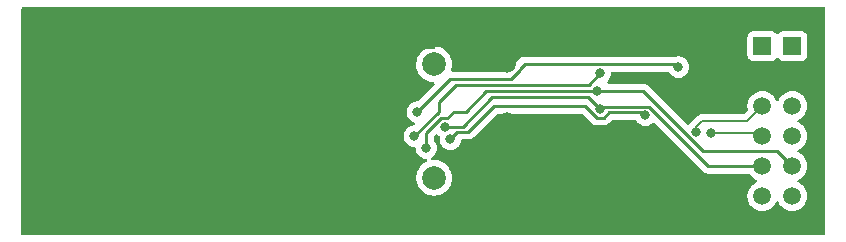
<source format=gbr>
%TF.GenerationSoftware,KiCad,Pcbnew,6.0.11-2627ca5db0~126~ubuntu20.04.1*%
%TF.CreationDate,2023-02-14T16:49:56+01:00*%
%TF.ProjectId,pmod_sfp,706d6f64-5f73-4667-902e-6b696361645f,rev?*%
%TF.SameCoordinates,Original*%
%TF.FileFunction,Copper,L2,Bot*%
%TF.FilePolarity,Positive*%
%FSLAX46Y46*%
G04 Gerber Fmt 4.6, Leading zero omitted, Abs format (unit mm)*
G04 Created by KiCad (PCBNEW 6.0.11-2627ca5db0~126~ubuntu20.04.1) date 2023-02-14 16:49:56*
%MOMM*%
%LPD*%
G01*
G04 APERTURE LIST*
%TA.AperFunction,ComponentPad*%
%ADD10R,1.500000X1.500000*%
%TD*%
%TA.AperFunction,ComponentPad*%
%ADD11C,1.500000*%
%TD*%
%TA.AperFunction,WasherPad*%
%ADD12C,2.000000*%
%TD*%
%TA.AperFunction,ComponentPad*%
%ADD13R,2.000000X2.000000*%
%TD*%
%TA.AperFunction,ViaPad*%
%ADD14C,0.800000*%
%TD*%
%TA.AperFunction,Conductor*%
%ADD15C,0.250000*%
%TD*%
%TA.AperFunction,Conductor*%
%ADD16C,0.200000*%
%TD*%
G04 APERTURE END LIST*
D10*
%TO.P,U1,1,VCC*%
%TO.N,+3V3*%
X173990000Y-64770000D03*
D11*
%TO.P,U1,2,GND*%
%TO.N,GND*%
X173990000Y-67310000D03*
%TO.P,U1,3,1*%
%TO.N,/SFP_TX_P*%
X173990000Y-69850000D03*
%TO.P,U1,4,2*%
%TO.N,/SFP_TX_N*%
X173990000Y-72390000D03*
%TO.P,U1,5,3*%
%TO.N,/SFP_TX_DIS*%
X173990000Y-74930000D03*
%TO.P,U1,6,4*%
%TO.N,unconnected-(U1-Pad6)*%
X173990000Y-77470000D03*
%TO.P,U1,7,5*%
%TO.N,unconnected-(U1-Pad7)*%
X176530000Y-77470000D03*
%TO.P,U1,8,6*%
%TO.N,/SFP_LOSS*%
X176530000Y-74930000D03*
%TO.P,U1,9,7*%
%TO.N,/SFP_RX_N*%
X176530000Y-72390000D03*
%TO.P,U1,10,8*%
%TO.N,/SFP_RX_P*%
X176530000Y-69850000D03*
%TO.P,U1,11,GND*%
%TO.N,GND*%
X176530000Y-67310000D03*
D10*
%TO.P,U1,12,VCC*%
%TO.N,+3V3*%
X176530000Y-64770000D03*
%TD*%
D12*
%TO.P,J1,*%
%TO.N,*%
X146200000Y-75920000D03*
X146200000Y-66320000D03*
D13*
%TO.P,J1,CAGE,CAGE*%
%TO.N,GND*%
X150300000Y-78245000D03*
X135300000Y-63995000D03*
X125300000Y-63995000D03*
D11*
X147800000Y-78245000D03*
D13*
X135300000Y-75070000D03*
X115300000Y-72570000D03*
D11*
X152400000Y-75920000D03*
D13*
X130300000Y-78245000D03*
D11*
X138100000Y-63995000D03*
X152400000Y-66320000D03*
X142800000Y-78245000D03*
D13*
X115300000Y-63995000D03*
D11*
X147800000Y-63995000D03*
D13*
X140300000Y-78245000D03*
X135300000Y-69670000D03*
D11*
X152400000Y-71120000D03*
X142800000Y-63995000D03*
X138100000Y-78245000D03*
D13*
X145300000Y-63995000D03*
X120300000Y-78245000D03*
%TD*%
D14*
%TO.N,GND*%
X148336000Y-73914000D03*
X144272000Y-67818000D03*
X144780000Y-68834000D03*
X144018000Y-74930000D03*
X161516000Y-65278000D03*
X145542000Y-68072000D03*
X144018000Y-74168000D03*
X148336000Y-74930000D03*
%TO.N,/SFP_TX_DIS*%
X160257369Y-70105904D03*
X147100441Y-71592853D03*
%TO.N,Net-(J1-Pad7)*%
X160274000Y-67056000D03*
X144526000Y-72390000D03*
%TO.N,/SFP_LOSS*%
X160020000Y-68580000D03*
X145542000Y-73406000D03*
%TO.N,/SFP_TX_P*%
X168402000Y-72073500D03*
%TO.N,Net-(C3-Pad1)*%
X166878000Y-66548000D03*
X144780000Y-70358000D03*
%TO.N,Net-(C5-Pad1)*%
X164088299Y-70616299D03*
X147574000Y-72644000D03*
%TO.N,/SFP_TX_N*%
X169672000Y-72136000D03*
%TD*%
D15*
%TO.N,Net-(C3-Pad1)*%
X166878000Y-66548000D02*
X166624000Y-66294000D01*
X152676280Y-67564000D02*
X147574000Y-67564000D01*
X166624000Y-66294000D02*
X153894280Y-66294000D01*
X153894280Y-66294000D02*
X153475000Y-66713280D01*
X153475000Y-66713280D02*
X153475000Y-66765280D01*
X153475000Y-66765280D02*
X152676280Y-67564000D01*
X147574000Y-67564000D02*
X144780000Y-70358000D01*
%TO.N,Net-(C5-Pad1)*%
X164088299Y-70616299D02*
X163830000Y-70358000D01*
X161030578Y-70358000D02*
X160557674Y-70830904D01*
X160557674Y-70830904D02*
X159957064Y-70830904D01*
X163830000Y-70358000D02*
X161030578Y-70358000D01*
X159957064Y-70830904D02*
X158976160Y-69850000D01*
X148175147Y-72042853D02*
X147574000Y-72644000D01*
X158976160Y-69850000D02*
X151258396Y-69850000D01*
X151258396Y-69850000D02*
X149065543Y-72042853D01*
X149065543Y-72042853D02*
X148175147Y-72042853D01*
%TO.N,/SFP_TX_DIS*%
X147100441Y-71592853D02*
X148625147Y-71592853D01*
X148625147Y-71592853D02*
X151130000Y-69088000D01*
X151130000Y-69088000D02*
X159239465Y-69088000D01*
X159239465Y-69088000D02*
X160257369Y-70105904D01*
X169427305Y-74930000D02*
X173970000Y-74930000D01*
X160257369Y-70105904D02*
X160471974Y-69891299D01*
X164388604Y-69891299D02*
X169427305Y-74930000D01*
X160471974Y-69891299D02*
X164388604Y-69891299D01*
%TO.N,Net-(J1-Pad7)*%
X144526000Y-72390000D02*
X146595000Y-70321000D01*
X146595000Y-70321000D02*
X146595000Y-69495195D01*
X146595000Y-69495195D02*
X148055195Y-68035000D01*
X148055195Y-68035000D02*
X159295000Y-68035000D01*
X159295000Y-68035000D02*
X160274000Y-67056000D01*
%TO.N,/SFP_LOSS*%
X145542000Y-72125988D02*
X145790994Y-71876994D01*
X147318148Y-70867853D02*
X147865001Y-70321000D01*
X148881000Y-70321000D02*
X150622000Y-68580000D01*
X168963195Y-73660000D02*
X175240000Y-73660000D01*
X163883195Y-68580000D02*
X168963195Y-73660000D01*
X145542000Y-73406000D02*
X145542000Y-72125988D01*
X150622000Y-68580000D02*
X160020000Y-68580000D01*
X145790994Y-71876994D02*
X146800136Y-70867853D01*
X147865001Y-70321000D02*
X148881000Y-70321000D01*
X146800136Y-70867853D02*
X147318148Y-70867853D01*
X160020000Y-68580000D02*
X163883195Y-68580000D01*
X175240000Y-73660000D02*
X176510000Y-74930000D01*
X145542000Y-72125989D02*
X145790994Y-71876994D01*
D16*
%TO.N,/SFP_TX_P*%
X168402000Y-72073500D02*
X168402000Y-71628000D01*
X172700000Y-71120000D02*
X173970000Y-69850000D01*
X168910000Y-71120000D02*
X172700000Y-71120000D01*
X168402000Y-71628000D02*
X168910000Y-71120000D01*
%TO.N,/SFP_TX_N*%
X173716000Y-72136000D02*
X173970000Y-72390000D01*
X169672000Y-72136000D02*
X173716000Y-72136000D01*
%TD*%
%TA.AperFunction,Conductor*%
%TO.N,GND*%
G36*
X179265621Y-61488502D02*
G01*
X179312114Y-61542158D01*
X179323500Y-61594500D01*
X179323500Y-80645500D01*
X179303498Y-80713621D01*
X179249842Y-80760114D01*
X179197500Y-80771500D01*
X111378500Y-80771500D01*
X111310379Y-80751498D01*
X111263886Y-80697842D01*
X111252500Y-80645500D01*
X111252500Y-72390000D01*
X143612496Y-72390000D01*
X143613186Y-72396565D01*
X143627534Y-72533074D01*
X143632458Y-72579928D01*
X143691473Y-72761556D01*
X143694776Y-72767278D01*
X143694777Y-72767279D01*
X143707423Y-72789182D01*
X143786960Y-72926944D01*
X143791378Y-72931851D01*
X143791379Y-72931852D01*
X143878600Y-73028721D01*
X143914747Y-73068866D01*
X144069248Y-73181118D01*
X144075276Y-73183802D01*
X144075278Y-73183803D01*
X144147756Y-73216072D01*
X144243712Y-73258794D01*
X144337113Y-73278647D01*
X144424056Y-73297128D01*
X144424061Y-73297128D01*
X144430513Y-73298500D01*
X144503746Y-73298500D01*
X144571867Y-73318502D01*
X144618360Y-73372158D01*
X144629056Y-73411329D01*
X144643894Y-73552500D01*
X144648458Y-73595928D01*
X144707473Y-73777556D01*
X144802960Y-73942944D01*
X144930747Y-74084866D01*
X145085248Y-74197118D01*
X145091276Y-74199802D01*
X145091278Y-74199803D01*
X145253681Y-74272109D01*
X145259712Y-74274794D01*
X145353113Y-74294647D01*
X145440056Y-74313128D01*
X145440061Y-74313128D01*
X145446513Y-74314500D01*
X145500673Y-74314500D01*
X145568794Y-74334502D01*
X145615287Y-74388158D01*
X145625391Y-74458432D01*
X145595897Y-74523012D01*
X145548891Y-74556909D01*
X145517611Y-74569865D01*
X145517607Y-74569867D01*
X145513037Y-74571760D01*
X145508817Y-74574346D01*
X145314798Y-74693241D01*
X145314792Y-74693245D01*
X145310584Y-74695824D01*
X145130031Y-74850031D01*
X144975824Y-75030584D01*
X144973245Y-75034792D01*
X144973241Y-75034798D01*
X144906387Y-75143894D01*
X144851760Y-75233037D01*
X144849867Y-75237607D01*
X144849865Y-75237611D01*
X144788230Y-75386413D01*
X144760895Y-75452406D01*
X144750149Y-75497168D01*
X144721325Y-75617229D01*
X144705465Y-75683289D01*
X144686835Y-75920000D01*
X144705465Y-76156711D01*
X144706619Y-76161518D01*
X144706620Y-76161524D01*
X144722072Y-76225885D01*
X144760895Y-76387594D01*
X144762788Y-76392165D01*
X144762789Y-76392167D01*
X144807079Y-76499092D01*
X144851760Y-76606963D01*
X144854346Y-76611183D01*
X144973241Y-76805202D01*
X144973245Y-76805208D01*
X144975824Y-76809416D01*
X145130031Y-76989969D01*
X145310584Y-77144176D01*
X145314792Y-77146755D01*
X145314798Y-77146759D01*
X145493236Y-77256106D01*
X145513037Y-77268240D01*
X145517607Y-77270133D01*
X145517611Y-77270135D01*
X145727833Y-77357211D01*
X145732406Y-77359105D01*
X145812609Y-77378360D01*
X145958476Y-77413380D01*
X145958482Y-77413381D01*
X145963289Y-77414535D01*
X146200000Y-77433165D01*
X146436711Y-77414535D01*
X146441518Y-77413381D01*
X146441524Y-77413380D01*
X146587391Y-77378360D01*
X146667594Y-77359105D01*
X146672167Y-77357211D01*
X146882389Y-77270135D01*
X146882393Y-77270133D01*
X146886963Y-77268240D01*
X146906764Y-77256106D01*
X147085202Y-77146759D01*
X147085208Y-77146755D01*
X147089416Y-77144176D01*
X147269969Y-76989969D01*
X147424176Y-76809416D01*
X147426755Y-76805208D01*
X147426759Y-76805202D01*
X147545654Y-76611183D01*
X147548240Y-76606963D01*
X147592922Y-76499092D01*
X147637211Y-76392167D01*
X147637212Y-76392165D01*
X147639105Y-76387594D01*
X147677928Y-76225885D01*
X147693380Y-76161524D01*
X147693381Y-76161518D01*
X147694535Y-76156711D01*
X147713165Y-75920000D01*
X147694535Y-75683289D01*
X147678676Y-75617229D01*
X147649851Y-75497168D01*
X147639105Y-75452406D01*
X147611770Y-75386413D01*
X147550135Y-75237611D01*
X147550133Y-75237607D01*
X147548240Y-75233037D01*
X147493613Y-75143894D01*
X147426759Y-75034798D01*
X147426755Y-75034792D01*
X147424176Y-75030584D01*
X147269969Y-74850031D01*
X147089416Y-74695824D01*
X147085208Y-74693245D01*
X147085202Y-74693241D01*
X146891183Y-74574346D01*
X146886963Y-74571760D01*
X146882393Y-74569867D01*
X146882389Y-74569865D01*
X146672167Y-74482789D01*
X146672165Y-74482788D01*
X146667594Y-74480895D01*
X146574029Y-74458432D01*
X146441524Y-74426620D01*
X146441518Y-74426619D01*
X146436711Y-74425465D01*
X146200000Y-74406835D01*
X146195070Y-74407223D01*
X146095972Y-74415022D01*
X146026492Y-74400426D01*
X145975932Y-74350583D01*
X145960346Y-74281319D01*
X145984681Y-74214623D01*
X146012023Y-74187476D01*
X146101492Y-74122473D01*
X146147909Y-74088749D01*
X146147911Y-74088747D01*
X146153253Y-74084866D01*
X146281040Y-73942944D01*
X146376527Y-73777556D01*
X146435542Y-73595928D01*
X146440107Y-73552500D01*
X146454814Y-73412565D01*
X146455504Y-73406000D01*
X146450023Y-73353852D01*
X146436232Y-73222635D01*
X146436232Y-73222633D01*
X146435542Y-73216072D01*
X146376527Y-73034444D01*
X146371746Y-73026162D01*
X146284341Y-72874774D01*
X146281040Y-72869056D01*
X146207863Y-72787785D01*
X146177147Y-72723779D01*
X146175500Y-72703476D01*
X146175500Y-72440582D01*
X146195502Y-72372461D01*
X146212405Y-72351487D01*
X146301956Y-72261936D01*
X146364268Y-72227910D01*
X146435083Y-72232975D01*
X146479277Y-72263041D01*
X146479861Y-72262393D01*
X146484610Y-72266669D01*
X146484688Y-72266722D01*
X146484770Y-72266813D01*
X146484773Y-72266816D01*
X146489188Y-72271719D01*
X146494527Y-72275598D01*
X146625842Y-72371004D01*
X146669196Y-72427226D01*
X146677091Y-72486109D01*
X146660496Y-72644000D01*
X146661186Y-72650565D01*
X146678801Y-72818158D01*
X146680458Y-72833928D01*
X146739473Y-73015556D01*
X146742776Y-73021278D01*
X146742777Y-73021279D01*
X146767354Y-73063848D01*
X146834960Y-73180944D01*
X146839378Y-73185851D01*
X146839379Y-73185852D01*
X146866589Y-73216072D01*
X146962747Y-73322866D01*
X147061843Y-73394864D01*
X147086207Y-73412565D01*
X147117248Y-73435118D01*
X147123276Y-73437802D01*
X147123278Y-73437803D01*
X147220074Y-73480899D01*
X147291712Y-73512794D01*
X147385112Y-73532647D01*
X147472056Y-73551128D01*
X147472061Y-73551128D01*
X147478513Y-73552500D01*
X147669487Y-73552500D01*
X147675939Y-73551128D01*
X147675944Y-73551128D01*
X147762888Y-73532647D01*
X147856288Y-73512794D01*
X147927926Y-73480899D01*
X148024722Y-73437803D01*
X148024724Y-73437802D01*
X148030752Y-73435118D01*
X148061794Y-73412565D01*
X148086157Y-73394864D01*
X148185253Y-73322866D01*
X148281411Y-73216072D01*
X148308621Y-73185852D01*
X148308622Y-73185851D01*
X148313040Y-73180944D01*
X148380646Y-73063848D01*
X148405223Y-73021279D01*
X148405224Y-73021278D01*
X148408527Y-73015556D01*
X148435724Y-72931852D01*
X148465502Y-72840207D01*
X148465502Y-72840205D01*
X148467542Y-72833928D01*
X148472245Y-72789182D01*
X148499258Y-72723526D01*
X148557480Y-72682896D01*
X148597555Y-72676353D01*
X148986776Y-72676353D01*
X148997959Y-72676880D01*
X149005452Y-72678555D01*
X149013378Y-72678306D01*
X149013379Y-72678306D01*
X149073529Y-72676415D01*
X149077488Y-72676353D01*
X149105399Y-72676353D01*
X149109334Y-72675856D01*
X149109399Y-72675848D01*
X149121236Y-72674915D01*
X149153494Y-72673901D01*
X149157513Y-72673775D01*
X149165432Y-72673526D01*
X149184886Y-72667874D01*
X149204243Y-72663866D01*
X149216473Y-72662321D01*
X149216474Y-72662321D01*
X149224340Y-72661327D01*
X149231711Y-72658408D01*
X149231713Y-72658408D01*
X149265455Y-72645049D01*
X149276685Y-72641204D01*
X149311526Y-72631082D01*
X149311527Y-72631082D01*
X149319136Y-72628871D01*
X149325955Y-72624838D01*
X149325960Y-72624836D01*
X149336571Y-72618560D01*
X149354319Y-72609865D01*
X149373160Y-72602405D01*
X149408930Y-72576417D01*
X149418850Y-72569901D01*
X149450078Y-72551433D01*
X149450081Y-72551431D01*
X149456905Y-72547395D01*
X149471226Y-72533074D01*
X149486260Y-72520233D01*
X149496237Y-72512984D01*
X149502650Y-72508325D01*
X149530841Y-72474248D01*
X149538831Y-72465469D01*
X151483895Y-70520405D01*
X151546207Y-70486379D01*
X151572990Y-70483500D01*
X158661565Y-70483500D01*
X158729686Y-70503502D01*
X158750661Y-70520405D01*
X159453417Y-71223162D01*
X159460951Y-71231441D01*
X159465064Y-71237922D01*
X159495497Y-71266500D01*
X159514715Y-71284547D01*
X159517557Y-71287302D01*
X159537294Y-71307039D01*
X159540491Y-71309519D01*
X159549511Y-71317222D01*
X159581743Y-71347490D01*
X159588689Y-71351309D01*
X159588692Y-71351311D01*
X159599498Y-71357252D01*
X159616017Y-71368103D01*
X159632023Y-71380518D01*
X159639292Y-71383663D01*
X159639296Y-71383666D01*
X159672601Y-71398078D01*
X159683251Y-71403295D01*
X159722004Y-71424599D01*
X159729679Y-71426570D01*
X159729680Y-71426570D01*
X159741626Y-71429637D01*
X159760331Y-71436041D01*
X159778919Y-71444085D01*
X159786742Y-71445324D01*
X159786752Y-71445327D01*
X159822588Y-71451003D01*
X159834208Y-71453409D01*
X159866023Y-71461577D01*
X159877034Y-71464404D01*
X159897288Y-71464404D01*
X159916998Y-71465955D01*
X159937007Y-71469124D01*
X159944899Y-71468378D01*
X159963644Y-71466606D01*
X159981026Y-71464963D01*
X159992883Y-71464404D01*
X160478907Y-71464404D01*
X160490090Y-71464931D01*
X160497583Y-71466606D01*
X160505509Y-71466357D01*
X160505510Y-71466357D01*
X160565660Y-71464466D01*
X160569619Y-71464404D01*
X160597530Y-71464404D01*
X160601465Y-71463907D01*
X160601530Y-71463899D01*
X160613367Y-71462966D01*
X160645625Y-71461952D01*
X160649644Y-71461826D01*
X160657563Y-71461577D01*
X160677017Y-71455925D01*
X160696374Y-71451917D01*
X160708604Y-71450372D01*
X160708605Y-71450372D01*
X160716471Y-71449378D01*
X160723842Y-71446459D01*
X160723844Y-71446459D01*
X160757586Y-71433100D01*
X160768816Y-71429255D01*
X160803657Y-71419133D01*
X160803658Y-71419133D01*
X160811267Y-71416922D01*
X160818086Y-71412889D01*
X160818091Y-71412887D01*
X160828702Y-71406611D01*
X160846450Y-71397916D01*
X160865291Y-71390456D01*
X160901061Y-71364468D01*
X160910981Y-71357952D01*
X160942209Y-71339484D01*
X160942212Y-71339482D01*
X160949036Y-71335446D01*
X160963358Y-71321124D01*
X160978391Y-71308284D01*
X160988368Y-71301035D01*
X160994781Y-71296376D01*
X161022972Y-71262299D01*
X161030962Y-71253520D01*
X161256077Y-71028405D01*
X161318389Y-70994379D01*
X161345172Y-70991500D01*
X163183130Y-70991500D01*
X163251251Y-71011502D01*
X163292248Y-71054498D01*
X163349259Y-71153243D01*
X163353677Y-71158150D01*
X163353678Y-71158151D01*
X163468238Y-71285383D01*
X163477046Y-71295165D01*
X163512777Y-71321125D01*
X163623490Y-71401563D01*
X163631547Y-71407417D01*
X163637575Y-71410101D01*
X163637577Y-71410102D01*
X163797941Y-71481500D01*
X163806011Y-71485093D01*
X163899412Y-71504946D01*
X163986355Y-71523427D01*
X163986360Y-71523427D01*
X163992812Y-71524799D01*
X164183786Y-71524799D01*
X164190238Y-71523427D01*
X164190243Y-71523427D01*
X164277186Y-71504946D01*
X164370587Y-71485093D01*
X164378657Y-71481500D01*
X164539021Y-71410102D01*
X164539023Y-71410101D01*
X164545051Y-71407417D01*
X164551008Y-71403089D01*
X164694208Y-71299048D01*
X164694210Y-71299046D01*
X164699552Y-71295165D01*
X164703974Y-71290254D01*
X164704059Y-71290160D01*
X164704122Y-71290121D01*
X164708879Y-71285838D01*
X164709663Y-71286708D01*
X164764508Y-71252925D01*
X164835492Y-71254282D01*
X164886784Y-71285383D01*
X168923648Y-75322247D01*
X168931192Y-75330537D01*
X168935305Y-75337018D01*
X168941082Y-75342443D01*
X168984972Y-75383658D01*
X168987814Y-75386413D01*
X169007535Y-75406134D01*
X169010730Y-75408612D01*
X169019752Y-75416318D01*
X169051984Y-75446586D01*
X169058933Y-75450406D01*
X169069737Y-75456346D01*
X169086261Y-75467199D01*
X169102264Y-75479613D01*
X169142848Y-75497176D01*
X169153478Y-75502383D01*
X169192245Y-75523695D01*
X169199922Y-75525666D01*
X169199927Y-75525668D01*
X169211863Y-75528732D01*
X169230571Y-75535137D01*
X169249160Y-75543181D01*
X169256988Y-75544421D01*
X169256995Y-75544423D01*
X169292829Y-75550099D01*
X169304449Y-75552505D01*
X169339594Y-75561528D01*
X169347275Y-75563500D01*
X169367529Y-75563500D01*
X169387239Y-75565051D01*
X169407248Y-75568220D01*
X169415140Y-75567474D01*
X169451266Y-75564059D01*
X169463124Y-75563500D01*
X172831646Y-75563500D01*
X172899767Y-75583502D01*
X172934858Y-75617228D01*
X173022251Y-75742038D01*
X173177962Y-75897749D01*
X173182471Y-75900906D01*
X173182473Y-75900908D01*
X173216780Y-75924930D01*
X173358346Y-76024056D01*
X173363328Y-76026379D01*
X173363333Y-76026382D01*
X173490768Y-76085805D01*
X173544053Y-76132722D01*
X173563514Y-76200999D01*
X173542972Y-76268959D01*
X173490768Y-76314195D01*
X173363334Y-76373618D01*
X173363329Y-76373621D01*
X173358347Y-76375944D01*
X173353840Y-76379100D01*
X173353838Y-76379101D01*
X173182473Y-76499092D01*
X173182470Y-76499094D01*
X173177962Y-76502251D01*
X173022251Y-76657962D01*
X173019094Y-76662470D01*
X173019092Y-76662473D01*
X172899101Y-76833838D01*
X172895944Y-76838347D01*
X172893621Y-76843329D01*
X172893618Y-76843334D01*
X172846415Y-76944562D01*
X172802880Y-77037924D01*
X172745885Y-77250629D01*
X172726693Y-77470000D01*
X172745885Y-77689371D01*
X172802880Y-77902076D01*
X172805205Y-77907061D01*
X172893618Y-78096666D01*
X172893621Y-78096671D01*
X172895944Y-78101653D01*
X173022251Y-78282038D01*
X173177962Y-78437749D01*
X173358346Y-78564056D01*
X173557924Y-78657120D01*
X173770629Y-78714115D01*
X173990000Y-78733307D01*
X174209371Y-78714115D01*
X174422076Y-78657120D01*
X174621654Y-78564056D01*
X174802038Y-78437749D01*
X174957749Y-78282038D01*
X175084056Y-78101653D01*
X175086379Y-78096671D01*
X175086382Y-78096666D01*
X175145805Y-77969231D01*
X175192722Y-77915946D01*
X175260999Y-77896485D01*
X175328959Y-77917027D01*
X175374195Y-77969231D01*
X175433618Y-78096666D01*
X175433621Y-78096671D01*
X175435944Y-78101653D01*
X175562251Y-78282038D01*
X175717962Y-78437749D01*
X175898346Y-78564056D01*
X176097924Y-78657120D01*
X176310629Y-78714115D01*
X176530000Y-78733307D01*
X176749371Y-78714115D01*
X176962076Y-78657120D01*
X177161654Y-78564056D01*
X177342038Y-78437749D01*
X177497749Y-78282038D01*
X177624056Y-78101653D01*
X177626379Y-78096671D01*
X177626382Y-78096666D01*
X177714795Y-77907061D01*
X177717120Y-77902076D01*
X177774115Y-77689371D01*
X177793307Y-77470000D01*
X177774115Y-77250629D01*
X177717120Y-77037924D01*
X177673585Y-76944562D01*
X177626382Y-76843334D01*
X177626379Y-76843329D01*
X177624056Y-76838347D01*
X177620899Y-76833838D01*
X177500908Y-76662473D01*
X177500906Y-76662470D01*
X177497749Y-76657962D01*
X177342038Y-76502251D01*
X177161654Y-76375944D01*
X177156672Y-76373621D01*
X177156667Y-76373618D01*
X177029232Y-76314195D01*
X176975947Y-76267278D01*
X176956486Y-76199001D01*
X176977028Y-76131041D01*
X177029232Y-76085805D01*
X177156667Y-76026382D01*
X177156672Y-76026379D01*
X177161654Y-76024056D01*
X177303220Y-75924930D01*
X177337527Y-75900908D01*
X177337529Y-75900906D01*
X177342038Y-75897749D01*
X177497749Y-75742038D01*
X177585142Y-75617229D01*
X177620899Y-75566162D01*
X177620900Y-75566160D01*
X177624056Y-75561653D01*
X177626379Y-75556671D01*
X177626382Y-75556666D01*
X177677712Y-75446586D01*
X177717120Y-75362076D01*
X177774115Y-75149371D01*
X177793307Y-74930000D01*
X177774115Y-74710629D01*
X177717120Y-74497924D01*
X177671656Y-74400426D01*
X177626382Y-74303334D01*
X177626379Y-74303329D01*
X177624056Y-74298347D01*
X177497749Y-74117962D01*
X177342038Y-73962251D01*
X177321475Y-73947852D01*
X177262759Y-73906739D01*
X177161654Y-73835944D01*
X177156672Y-73833621D01*
X177156667Y-73833618D01*
X177029232Y-73774195D01*
X176975947Y-73727278D01*
X176956486Y-73659001D01*
X176977028Y-73591041D01*
X177029232Y-73545805D01*
X177156667Y-73486382D01*
X177156672Y-73486379D01*
X177161654Y-73484056D01*
X177342038Y-73357749D01*
X177497749Y-73202038D01*
X177510518Y-73183803D01*
X177620899Y-73026162D01*
X177620900Y-73026160D01*
X177624056Y-73021653D01*
X177626379Y-73016671D01*
X177626382Y-73016666D01*
X177688912Y-72882568D01*
X177717120Y-72822076D01*
X177774115Y-72609371D01*
X177793307Y-72390000D01*
X177774115Y-72170629D01*
X177717120Y-71957924D01*
X177665931Y-71848148D01*
X177626382Y-71763334D01*
X177626379Y-71763329D01*
X177624056Y-71758347D01*
X177515115Y-71602763D01*
X177500908Y-71582473D01*
X177500906Y-71582470D01*
X177497749Y-71577962D01*
X177342038Y-71422251D01*
X177334428Y-71416922D01*
X177235269Y-71347490D01*
X177161654Y-71295944D01*
X177156672Y-71293621D01*
X177156667Y-71293618D01*
X177029232Y-71234195D01*
X176975947Y-71187278D01*
X176956486Y-71119001D01*
X176977028Y-71051041D01*
X177029232Y-71005805D01*
X177156667Y-70946382D01*
X177156672Y-70946379D01*
X177161654Y-70944056D01*
X177342038Y-70817749D01*
X177497749Y-70662038D01*
X177545737Y-70593505D01*
X177620899Y-70486162D01*
X177620900Y-70486160D01*
X177624056Y-70481653D01*
X177626379Y-70476671D01*
X177626382Y-70476666D01*
X177714795Y-70287061D01*
X177717120Y-70282076D01*
X177774115Y-70069371D01*
X177793307Y-69850000D01*
X177774115Y-69630629D01*
X177717120Y-69417924D01*
X177642453Y-69257799D01*
X177626382Y-69223334D01*
X177626379Y-69223329D01*
X177624056Y-69218347D01*
X177497749Y-69037962D01*
X177342038Y-68882251D01*
X177161654Y-68755944D01*
X176962076Y-68662880D01*
X176749371Y-68605885D01*
X176530000Y-68586693D01*
X176310629Y-68605885D01*
X176097924Y-68662880D01*
X176006729Y-68705405D01*
X175903334Y-68753618D01*
X175903329Y-68753621D01*
X175898347Y-68755944D01*
X175893840Y-68759100D01*
X175893838Y-68759101D01*
X175722473Y-68879092D01*
X175722470Y-68879094D01*
X175717962Y-68882251D01*
X175562251Y-69037962D01*
X175435944Y-69218347D01*
X175433621Y-69223329D01*
X175433618Y-69223334D01*
X175374195Y-69350769D01*
X175327278Y-69404054D01*
X175259001Y-69423515D01*
X175191041Y-69402973D01*
X175145805Y-69350769D01*
X175086382Y-69223334D01*
X175086379Y-69223329D01*
X175084056Y-69218347D01*
X174957749Y-69037962D01*
X174802038Y-68882251D01*
X174621654Y-68755944D01*
X174422076Y-68662880D01*
X174209371Y-68605885D01*
X173990000Y-68586693D01*
X173770629Y-68605885D01*
X173557924Y-68662880D01*
X173466729Y-68705405D01*
X173363334Y-68753618D01*
X173363329Y-68753621D01*
X173358347Y-68755944D01*
X173353840Y-68759100D01*
X173353838Y-68759101D01*
X173182473Y-68879092D01*
X173182470Y-68879094D01*
X173177962Y-68882251D01*
X173022251Y-69037962D01*
X172895944Y-69218347D01*
X172893621Y-69223329D01*
X172893618Y-69223334D01*
X172877547Y-69257799D01*
X172802880Y-69417924D01*
X172745885Y-69630629D01*
X172726693Y-69850000D01*
X172745885Y-70069371D01*
X172747308Y-70074681D01*
X172747309Y-70074688D01*
X172757529Y-70112829D01*
X172755839Y-70183805D01*
X172724917Y-70234534D01*
X172484856Y-70474595D01*
X172422544Y-70508621D01*
X172395761Y-70511500D01*
X168958136Y-70511500D01*
X168941690Y-70510422D01*
X168918188Y-70507328D01*
X168910000Y-70506250D01*
X168901812Y-70507328D01*
X168870129Y-70511499D01*
X168870120Y-70511500D01*
X168870115Y-70511500D01*
X168751150Y-70527162D01*
X168603125Y-70588476D01*
X168597392Y-70592875D01*
X168507928Y-70661523D01*
X168507925Y-70661526D01*
X168476013Y-70686013D01*
X168470983Y-70692568D01*
X168456548Y-70711379D01*
X168445681Y-70723770D01*
X168005766Y-71163685D01*
X167993375Y-71174552D01*
X167968013Y-71194013D01*
X167943526Y-71225925D01*
X167943523Y-71225928D01*
X167934320Y-71237922D01*
X167876588Y-71313159D01*
X167870476Y-71321124D01*
X167868839Y-71325076D01*
X167835456Y-71362150D01*
X167805843Y-71383666D01*
X167790747Y-71394634D01*
X167786240Y-71399640D01*
X167786177Y-71399679D01*
X167781423Y-71403959D01*
X167780640Y-71403089D01*
X167725792Y-71436874D01*
X167654808Y-71435517D01*
X167603516Y-71404416D01*
X164386847Y-68187747D01*
X164379307Y-68179461D01*
X164375195Y-68172982D01*
X164325543Y-68126356D01*
X164322702Y-68123602D01*
X164302965Y-68103865D01*
X164299768Y-68101385D01*
X164290746Y-68093680D01*
X164264295Y-68068841D01*
X164258516Y-68063414D01*
X164251570Y-68059595D01*
X164251567Y-68059593D01*
X164240761Y-68053652D01*
X164224242Y-68042801D01*
X164222785Y-68041671D01*
X164208236Y-68030386D01*
X164200967Y-68027241D01*
X164200963Y-68027238D01*
X164167658Y-68012826D01*
X164157008Y-68007609D01*
X164118255Y-67986305D01*
X164098632Y-67981267D01*
X164079929Y-67974863D01*
X164068615Y-67969967D01*
X164068614Y-67969967D01*
X164061340Y-67966819D01*
X164053517Y-67965580D01*
X164053507Y-67965577D01*
X164017671Y-67959901D01*
X164006051Y-67957495D01*
X163970906Y-67948472D01*
X163970905Y-67948472D01*
X163963225Y-67946500D01*
X163942971Y-67946500D01*
X163923260Y-67944949D01*
X163911081Y-67943020D01*
X163903252Y-67941780D01*
X163895360Y-67942526D01*
X163859234Y-67945941D01*
X163847376Y-67946500D01*
X160977419Y-67946500D01*
X160909298Y-67926498D01*
X160862805Y-67872842D01*
X160852701Y-67802568D01*
X160882195Y-67737988D01*
X160885255Y-67734868D01*
X160885253Y-67734866D01*
X161008621Y-67597852D01*
X161008622Y-67597851D01*
X161013040Y-67592944D01*
X161108527Y-67427556D01*
X161167542Y-67245928D01*
X161169138Y-67230749D01*
X161186814Y-67062565D01*
X161187504Y-67056000D01*
X161187129Y-67052429D01*
X161206816Y-66985379D01*
X161260472Y-66938886D01*
X161312814Y-66927500D01*
X165975313Y-66927500D01*
X166043434Y-66947502D01*
X166084431Y-66990498D01*
X166138960Y-67084944D01*
X166143378Y-67089851D01*
X166143379Y-67089852D01*
X166262325Y-67221955D01*
X166266747Y-67226866D01*
X166421248Y-67339118D01*
X166427276Y-67341802D01*
X166427278Y-67341803D01*
X166561361Y-67401500D01*
X166595712Y-67416794D01*
X166689112Y-67436647D01*
X166776056Y-67455128D01*
X166776061Y-67455128D01*
X166782513Y-67456500D01*
X166973487Y-67456500D01*
X166979939Y-67455128D01*
X166979944Y-67455128D01*
X167066888Y-67436647D01*
X167160288Y-67416794D01*
X167194639Y-67401500D01*
X167328722Y-67341803D01*
X167328724Y-67341802D01*
X167334752Y-67339118D01*
X167489253Y-67226866D01*
X167493675Y-67221955D01*
X167612621Y-67089852D01*
X167612622Y-67089851D01*
X167617040Y-67084944D01*
X167701367Y-66938886D01*
X167709223Y-66925279D01*
X167709224Y-66925278D01*
X167712527Y-66919556D01*
X167771542Y-66737928D01*
X167791504Y-66548000D01*
X167774055Y-66381979D01*
X167772232Y-66364635D01*
X167772232Y-66364633D01*
X167771542Y-66358072D01*
X167712527Y-66176444D01*
X167617040Y-66011056D01*
X167489253Y-65869134D01*
X167347497Y-65766142D01*
X167340094Y-65760763D01*
X167340093Y-65760762D01*
X167334752Y-65756882D01*
X167328724Y-65754198D01*
X167328722Y-65754197D01*
X167166319Y-65681891D01*
X167166318Y-65681891D01*
X167160288Y-65679206D01*
X167050078Y-65655780D01*
X166979944Y-65640872D01*
X166979939Y-65640872D01*
X166973487Y-65639500D01*
X166782513Y-65639500D01*
X166776053Y-65640873D01*
X166776054Y-65640873D01*
X166702348Y-65656539D01*
X166656446Y-65657741D01*
X166651894Y-65657020D01*
X166651884Y-65657020D01*
X166644057Y-65655780D01*
X166636165Y-65656526D01*
X166600039Y-65659941D01*
X166588181Y-65660500D01*
X153973043Y-65660500D01*
X153961859Y-65659973D01*
X153954371Y-65658299D01*
X153946448Y-65658548D01*
X153886313Y-65660438D01*
X153882355Y-65660500D01*
X153854424Y-65660500D01*
X153850509Y-65660995D01*
X153850505Y-65660995D01*
X153850447Y-65661003D01*
X153850418Y-65661006D01*
X153838576Y-65661939D01*
X153794390Y-65663327D01*
X153777024Y-65668372D01*
X153774938Y-65668978D01*
X153755586Y-65672986D01*
X153743348Y-65674532D01*
X153743346Y-65674533D01*
X153735483Y-65675526D01*
X153694366Y-65691806D01*
X153683165Y-65695641D01*
X153640686Y-65707982D01*
X153633867Y-65712015D01*
X153633862Y-65712017D01*
X153623251Y-65718293D01*
X153605501Y-65726990D01*
X153586663Y-65734448D01*
X153555786Y-65756882D01*
X153550905Y-65760428D01*
X153540981Y-65766947D01*
X153509740Y-65785422D01*
X153509735Y-65785426D01*
X153502917Y-65789458D01*
X153488593Y-65803782D01*
X153473561Y-65816621D01*
X153457173Y-65828528D01*
X153433439Y-65857218D01*
X153428992Y-65862593D01*
X153421002Y-65871373D01*
X153082747Y-66209628D01*
X153074461Y-66217168D01*
X153067982Y-66221280D01*
X153062557Y-66227057D01*
X153021357Y-66270931D01*
X153018602Y-66273773D01*
X152998865Y-66293510D01*
X152996385Y-66296707D01*
X152988682Y-66305727D01*
X152958414Y-66337959D01*
X152954595Y-66344905D01*
X152954593Y-66344908D01*
X152948652Y-66355714D01*
X152937801Y-66372233D01*
X152925386Y-66388239D01*
X152922240Y-66395510D01*
X152911473Y-66420390D01*
X152884931Y-66459445D01*
X152450779Y-66893596D01*
X152388467Y-66927621D01*
X152361684Y-66930500D01*
X147764627Y-66930500D01*
X147696506Y-66910498D01*
X147650013Y-66856842D01*
X147639909Y-66786568D01*
X147642108Y-66775086D01*
X147693380Y-66561524D01*
X147693381Y-66561518D01*
X147694535Y-66556711D01*
X147713165Y-66320000D01*
X147694535Y-66083289D01*
X147681382Y-66028500D01*
X147647804Y-65888642D01*
X147639105Y-65852406D01*
X147631745Y-65834637D01*
X147550135Y-65637611D01*
X147550133Y-65637607D01*
X147548240Y-65633037D01*
X147508467Y-65568134D01*
X172731500Y-65568134D01*
X172738255Y-65630316D01*
X172789385Y-65766705D01*
X172876739Y-65883261D01*
X172993295Y-65970615D01*
X173129684Y-66021745D01*
X173191866Y-66028500D01*
X174788134Y-66028500D01*
X174850316Y-66021745D01*
X174986705Y-65970615D01*
X175103261Y-65883261D01*
X175159174Y-65808657D01*
X175216034Y-65766142D01*
X175286852Y-65761116D01*
X175349145Y-65795176D01*
X175360826Y-65808657D01*
X175416739Y-65883261D01*
X175533295Y-65970615D01*
X175669684Y-66021745D01*
X175731866Y-66028500D01*
X177328134Y-66028500D01*
X177390316Y-66021745D01*
X177526705Y-65970615D01*
X177643261Y-65883261D01*
X177730615Y-65766705D01*
X177781745Y-65630316D01*
X177788500Y-65568134D01*
X177788500Y-63971866D01*
X177781745Y-63909684D01*
X177730615Y-63773295D01*
X177643261Y-63656739D01*
X177526705Y-63569385D01*
X177390316Y-63518255D01*
X177328134Y-63511500D01*
X175731866Y-63511500D01*
X175669684Y-63518255D01*
X175533295Y-63569385D01*
X175416739Y-63656739D01*
X175411358Y-63663919D01*
X175411357Y-63663920D01*
X175360826Y-63731343D01*
X175303966Y-63773858D01*
X175233148Y-63778884D01*
X175170855Y-63744824D01*
X175159174Y-63731343D01*
X175108643Y-63663920D01*
X175108642Y-63663919D01*
X175103261Y-63656739D01*
X174986705Y-63569385D01*
X174850316Y-63518255D01*
X174788134Y-63511500D01*
X173191866Y-63511500D01*
X173129684Y-63518255D01*
X172993295Y-63569385D01*
X172876739Y-63656739D01*
X172789385Y-63773295D01*
X172738255Y-63909684D01*
X172731500Y-63971866D01*
X172731500Y-65568134D01*
X147508467Y-65568134D01*
X147506373Y-65564717D01*
X147426759Y-65434798D01*
X147426755Y-65434792D01*
X147424176Y-65430584D01*
X147269969Y-65250031D01*
X147089416Y-65095824D01*
X147085208Y-65093245D01*
X147085202Y-65093241D01*
X146891183Y-64974346D01*
X146886963Y-64971760D01*
X146882393Y-64969867D01*
X146882389Y-64969865D01*
X146672167Y-64882789D01*
X146672165Y-64882788D01*
X146667594Y-64880895D01*
X146587391Y-64861640D01*
X146441524Y-64826620D01*
X146441518Y-64826619D01*
X146436711Y-64825465D01*
X146200000Y-64806835D01*
X145963289Y-64825465D01*
X145958482Y-64826619D01*
X145958476Y-64826620D01*
X145812609Y-64861640D01*
X145732406Y-64880895D01*
X145727835Y-64882788D01*
X145727833Y-64882789D01*
X145517611Y-64969865D01*
X145517607Y-64969867D01*
X145513037Y-64971760D01*
X145508817Y-64974346D01*
X145314798Y-65093241D01*
X145314792Y-65093245D01*
X145310584Y-65095824D01*
X145130031Y-65250031D01*
X144975824Y-65430584D01*
X144973245Y-65434792D01*
X144973241Y-65434798D01*
X144893627Y-65564717D01*
X144851760Y-65633037D01*
X144849867Y-65637607D01*
X144849865Y-65637611D01*
X144768255Y-65834637D01*
X144760895Y-65852406D01*
X144752196Y-65888642D01*
X144718619Y-66028500D01*
X144705465Y-66083289D01*
X144686835Y-66320000D01*
X144705465Y-66556711D01*
X144760895Y-66787594D01*
X144762788Y-66792165D01*
X144762789Y-66792167D01*
X144849356Y-67001158D01*
X144851760Y-67006963D01*
X144854346Y-67011183D01*
X144973241Y-67205202D01*
X144973245Y-67205208D01*
X144975824Y-67209416D01*
X145130031Y-67389969D01*
X145310584Y-67544176D01*
X145314792Y-67546755D01*
X145314798Y-67546759D01*
X145508817Y-67665654D01*
X145513037Y-67668240D01*
X145517607Y-67670133D01*
X145517611Y-67670135D01*
X145727833Y-67757211D01*
X145732406Y-67759105D01*
X145812609Y-67778360D01*
X145958476Y-67813380D01*
X145958482Y-67813381D01*
X145963289Y-67814535D01*
X146121216Y-67826964D01*
X146187556Y-67852249D01*
X146229696Y-67909388D01*
X146234255Y-67980238D01*
X146200424Y-68041671D01*
X144829500Y-69412595D01*
X144767188Y-69446621D01*
X144740405Y-69449500D01*
X144684513Y-69449500D01*
X144678061Y-69450872D01*
X144678056Y-69450872D01*
X144591112Y-69469353D01*
X144497712Y-69489206D01*
X144491682Y-69491891D01*
X144491681Y-69491891D01*
X144329278Y-69564197D01*
X144329276Y-69564198D01*
X144323248Y-69566882D01*
X144317907Y-69570762D01*
X144317906Y-69570763D01*
X144267843Y-69607136D01*
X144168747Y-69679134D01*
X144164326Y-69684044D01*
X144164325Y-69684045D01*
X144099935Y-69755558D01*
X144040960Y-69821056D01*
X143945473Y-69986444D01*
X143886458Y-70168072D01*
X143866496Y-70358000D01*
X143867186Y-70364565D01*
X143884608Y-70530322D01*
X143886458Y-70547928D01*
X143945473Y-70729556D01*
X144040960Y-70894944D01*
X144045378Y-70899851D01*
X144045379Y-70899852D01*
X144145909Y-71011502D01*
X144168747Y-71036866D01*
X144323248Y-71149118D01*
X144329276Y-71151802D01*
X144329278Y-71151803D01*
X144424084Y-71194013D01*
X144497712Y-71226794D01*
X144504167Y-71228166D01*
X144504170Y-71228167D01*
X144514493Y-71230361D01*
X144576967Y-71264089D01*
X144611288Y-71326238D01*
X144606561Y-71397077D01*
X144577392Y-71442703D01*
X144575500Y-71444595D01*
X144513188Y-71478621D01*
X144486405Y-71481500D01*
X144430513Y-71481500D01*
X144424061Y-71482872D01*
X144424056Y-71482872D01*
X144337113Y-71501353D01*
X144243712Y-71521206D01*
X144237682Y-71523891D01*
X144237681Y-71523891D01*
X144075278Y-71596197D01*
X144075276Y-71596198D01*
X144069248Y-71598882D01*
X143914747Y-71711134D01*
X143786960Y-71853056D01*
X143691473Y-72018444D01*
X143632458Y-72200072D01*
X143612496Y-72390000D01*
X111252500Y-72390000D01*
X111252500Y-61594500D01*
X111272502Y-61526379D01*
X111326158Y-61479886D01*
X111378500Y-61468500D01*
X179197500Y-61468500D01*
X179265621Y-61488502D01*
G37*
%TD.AperFunction*%
%TD*%
M02*

</source>
